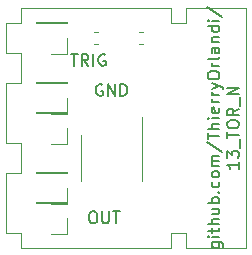
<source format=gbr>
%TF.GenerationSoftware,KiCad,Pcbnew,(5.1.9)-1*%
%TF.CreationDate,2021-04-16T00:55:01+02:00*%
%TF.ProjectId,13_TOR_N,31335f54-4f52-45f4-9e2e-6b696361645f,rev?*%
%TF.SameCoordinates,Original*%
%TF.FileFunction,Legend,Top*%
%TF.FilePolarity,Positive*%
%FSLAX46Y46*%
G04 Gerber Fmt 4.6, Leading zero omitted, Abs format (unit mm)*
G04 Created by KiCad (PCBNEW (5.1.9)-1) date 2021-04-16 00:55:01*
%MOMM*%
%LPD*%
G01*
G04 APERTURE LIST*
%TA.AperFunction,Profile*%
%ADD10C,0.050000*%
%TD*%
%ADD11C,0.150000*%
%ADD12C,0.120000*%
G04 APERTURE END LIST*
D10*
X115570000Y-60960000D02*
X120650000Y-60960000D01*
X115570000Y-62230000D02*
X115570000Y-60960000D01*
X114300000Y-62230000D02*
X115570000Y-62230000D01*
X114300000Y-60960000D02*
X114300000Y-62230000D01*
X115570000Y-81280000D02*
X120650000Y-81280000D01*
X115570000Y-80010000D02*
X115570000Y-81280000D01*
X114300000Y-80010000D02*
X115570000Y-80010000D01*
X114300000Y-81280000D02*
X114300000Y-80010000D01*
X101600000Y-62230000D02*
X101600000Y-60960000D01*
X100330000Y-62230000D02*
X101600000Y-62230000D01*
X100330000Y-64770000D02*
X100330000Y-62230000D01*
X101600000Y-64770000D02*
X100330000Y-64770000D01*
X100330000Y-72390000D02*
X100330000Y-67310000D01*
X101600000Y-72390000D02*
X100330000Y-72390000D01*
X101600000Y-74930000D02*
X101600000Y-72390000D01*
X100330000Y-74930000D02*
X101600000Y-74930000D01*
D11*
X107585000Y-78192380D02*
X107775476Y-78192380D01*
X107870714Y-78240000D01*
X107965952Y-78335238D01*
X108013571Y-78525714D01*
X108013571Y-78859047D01*
X107965952Y-79049523D01*
X107870714Y-79144761D01*
X107775476Y-79192380D01*
X107585000Y-79192380D01*
X107489761Y-79144761D01*
X107394523Y-79049523D01*
X107346904Y-78859047D01*
X107346904Y-78525714D01*
X107394523Y-78335238D01*
X107489761Y-78240000D01*
X107585000Y-78192380D01*
X108442142Y-78192380D02*
X108442142Y-79001904D01*
X108489761Y-79097142D01*
X108537380Y-79144761D01*
X108632619Y-79192380D01*
X108823095Y-79192380D01*
X108918333Y-79144761D01*
X108965952Y-79097142D01*
X109013571Y-79001904D01*
X109013571Y-78192380D01*
X109346904Y-78192380D02*
X109918333Y-78192380D01*
X109632619Y-79192380D02*
X109632619Y-78192380D01*
X105791190Y-64857380D02*
X106362619Y-64857380D01*
X106076904Y-65857380D02*
X106076904Y-64857380D01*
X107267380Y-65857380D02*
X106934047Y-65381190D01*
X106695952Y-65857380D02*
X106695952Y-64857380D01*
X107076904Y-64857380D01*
X107172142Y-64905000D01*
X107219761Y-64952619D01*
X107267380Y-65047857D01*
X107267380Y-65190714D01*
X107219761Y-65285952D01*
X107172142Y-65333571D01*
X107076904Y-65381190D01*
X106695952Y-65381190D01*
X107695952Y-65857380D02*
X107695952Y-64857380D01*
X108695952Y-64905000D02*
X108600714Y-64857380D01*
X108457857Y-64857380D01*
X108315000Y-64905000D01*
X108219761Y-65000238D01*
X108172142Y-65095476D01*
X108124523Y-65285952D01*
X108124523Y-65428809D01*
X108172142Y-65619285D01*
X108219761Y-65714523D01*
X108315000Y-65809761D01*
X108457857Y-65857380D01*
X108553095Y-65857380D01*
X108695952Y-65809761D01*
X108743571Y-65762142D01*
X108743571Y-65428809D01*
X108553095Y-65428809D01*
X108458095Y-67445000D02*
X108362857Y-67397380D01*
X108220000Y-67397380D01*
X108077142Y-67445000D01*
X107981904Y-67540238D01*
X107934285Y-67635476D01*
X107886666Y-67825952D01*
X107886666Y-67968809D01*
X107934285Y-68159285D01*
X107981904Y-68254523D01*
X108077142Y-68349761D01*
X108220000Y-68397380D01*
X108315238Y-68397380D01*
X108458095Y-68349761D01*
X108505714Y-68302142D01*
X108505714Y-67968809D01*
X108315238Y-67968809D01*
X108934285Y-68397380D02*
X108934285Y-67397380D01*
X109505714Y-68397380D01*
X109505714Y-67397380D01*
X109981904Y-68397380D02*
X109981904Y-67397380D01*
X110220000Y-67397380D01*
X110362857Y-67445000D01*
X110458095Y-67540238D01*
X110505714Y-67635476D01*
X110553333Y-67825952D01*
X110553333Y-67968809D01*
X110505714Y-68159285D01*
X110458095Y-68254523D01*
X110362857Y-68349761D01*
X110220000Y-68397380D01*
X109981904Y-68397380D01*
D10*
X120650000Y-60960000D02*
X120650000Y-81280000D01*
X101600000Y-60960000D02*
X114300000Y-60960000D01*
X101600000Y-80010000D02*
X101600000Y-81280000D01*
X100330000Y-80010000D02*
X101600000Y-80010000D01*
X101600000Y-64770000D02*
X101600000Y-67310000D01*
X101600000Y-67310000D02*
X100330000Y-67310000D01*
D11*
X117705714Y-80810476D02*
X118515238Y-80810476D01*
X118610476Y-80858095D01*
X118658095Y-80905714D01*
X118705714Y-81000952D01*
X118705714Y-81143809D01*
X118658095Y-81239047D01*
X118324761Y-80810476D02*
X118372380Y-80905714D01*
X118372380Y-81096190D01*
X118324761Y-81191428D01*
X118277142Y-81239047D01*
X118181904Y-81286666D01*
X117896190Y-81286666D01*
X117800952Y-81239047D01*
X117753333Y-81191428D01*
X117705714Y-81096190D01*
X117705714Y-80905714D01*
X117753333Y-80810476D01*
X118372380Y-80334285D02*
X117705714Y-80334285D01*
X117372380Y-80334285D02*
X117420000Y-80381904D01*
X117467619Y-80334285D01*
X117420000Y-80286666D01*
X117372380Y-80334285D01*
X117467619Y-80334285D01*
X117705714Y-80000952D02*
X117705714Y-79620000D01*
X117372380Y-79858095D02*
X118229523Y-79858095D01*
X118324761Y-79810476D01*
X118372380Y-79715238D01*
X118372380Y-79620000D01*
X118372380Y-79286666D02*
X117372380Y-79286666D01*
X118372380Y-78858095D02*
X117848571Y-78858095D01*
X117753333Y-78905714D01*
X117705714Y-79000952D01*
X117705714Y-79143809D01*
X117753333Y-79239047D01*
X117800952Y-79286666D01*
X117705714Y-77953333D02*
X118372380Y-77953333D01*
X117705714Y-78381904D02*
X118229523Y-78381904D01*
X118324761Y-78334285D01*
X118372380Y-78239047D01*
X118372380Y-78096190D01*
X118324761Y-78000952D01*
X118277142Y-77953333D01*
X118372380Y-77477142D02*
X117372380Y-77477142D01*
X117753333Y-77477142D02*
X117705714Y-77381904D01*
X117705714Y-77191428D01*
X117753333Y-77096190D01*
X117800952Y-77048571D01*
X117896190Y-77000952D01*
X118181904Y-77000952D01*
X118277142Y-77048571D01*
X118324761Y-77096190D01*
X118372380Y-77191428D01*
X118372380Y-77381904D01*
X118324761Y-77477142D01*
X118277142Y-76572380D02*
X118324761Y-76524761D01*
X118372380Y-76572380D01*
X118324761Y-76620000D01*
X118277142Y-76572380D01*
X118372380Y-76572380D01*
X118324761Y-75667619D02*
X118372380Y-75762857D01*
X118372380Y-75953333D01*
X118324761Y-76048571D01*
X118277142Y-76096190D01*
X118181904Y-76143809D01*
X117896190Y-76143809D01*
X117800952Y-76096190D01*
X117753333Y-76048571D01*
X117705714Y-75953333D01*
X117705714Y-75762857D01*
X117753333Y-75667619D01*
X118372380Y-75096190D02*
X118324761Y-75191428D01*
X118277142Y-75239047D01*
X118181904Y-75286666D01*
X117896190Y-75286666D01*
X117800952Y-75239047D01*
X117753333Y-75191428D01*
X117705714Y-75096190D01*
X117705714Y-74953333D01*
X117753333Y-74858095D01*
X117800952Y-74810476D01*
X117896190Y-74762857D01*
X118181904Y-74762857D01*
X118277142Y-74810476D01*
X118324761Y-74858095D01*
X118372380Y-74953333D01*
X118372380Y-75096190D01*
X118372380Y-74334285D02*
X117705714Y-74334285D01*
X117800952Y-74334285D02*
X117753333Y-74286666D01*
X117705714Y-74191428D01*
X117705714Y-74048571D01*
X117753333Y-73953333D01*
X117848571Y-73905714D01*
X118372380Y-73905714D01*
X117848571Y-73905714D02*
X117753333Y-73858095D01*
X117705714Y-73762857D01*
X117705714Y-73620000D01*
X117753333Y-73524761D01*
X117848571Y-73477142D01*
X118372380Y-73477142D01*
X117324761Y-72286666D02*
X118610476Y-73143809D01*
X117372380Y-72096190D02*
X117372380Y-71524761D01*
X118372380Y-71810476D02*
X117372380Y-71810476D01*
X118372380Y-71191428D02*
X117372380Y-71191428D01*
X118372380Y-70762857D02*
X117848571Y-70762857D01*
X117753333Y-70810476D01*
X117705714Y-70905714D01*
X117705714Y-71048571D01*
X117753333Y-71143809D01*
X117800952Y-71191428D01*
X118372380Y-70286666D02*
X117705714Y-70286666D01*
X117372380Y-70286666D02*
X117420000Y-70334285D01*
X117467619Y-70286666D01*
X117420000Y-70239047D01*
X117372380Y-70286666D01*
X117467619Y-70286666D01*
X118324761Y-69429523D02*
X118372380Y-69524761D01*
X118372380Y-69715238D01*
X118324761Y-69810476D01*
X118229523Y-69858095D01*
X117848571Y-69858095D01*
X117753333Y-69810476D01*
X117705714Y-69715238D01*
X117705714Y-69524761D01*
X117753333Y-69429523D01*
X117848571Y-69381904D01*
X117943809Y-69381904D01*
X118039047Y-69858095D01*
X118372380Y-68953333D02*
X117705714Y-68953333D01*
X117896190Y-68953333D02*
X117800952Y-68905714D01*
X117753333Y-68858095D01*
X117705714Y-68762857D01*
X117705714Y-68667619D01*
X118372380Y-68334285D02*
X117705714Y-68334285D01*
X117896190Y-68334285D02*
X117800952Y-68286666D01*
X117753333Y-68239047D01*
X117705714Y-68143809D01*
X117705714Y-68048571D01*
X117705714Y-67810476D02*
X118372380Y-67572380D01*
X117705714Y-67334285D02*
X118372380Y-67572380D01*
X118610476Y-67667619D01*
X118658095Y-67715238D01*
X118705714Y-67810476D01*
X117372380Y-66762857D02*
X117372380Y-66572380D01*
X117420000Y-66477142D01*
X117515238Y-66381904D01*
X117705714Y-66334285D01*
X118039047Y-66334285D01*
X118229523Y-66381904D01*
X118324761Y-66477142D01*
X118372380Y-66572380D01*
X118372380Y-66762857D01*
X118324761Y-66858095D01*
X118229523Y-66953333D01*
X118039047Y-67000952D01*
X117705714Y-67000952D01*
X117515238Y-66953333D01*
X117420000Y-66858095D01*
X117372380Y-66762857D01*
X118372380Y-65905714D02*
X117705714Y-65905714D01*
X117896190Y-65905714D02*
X117800952Y-65858095D01*
X117753333Y-65810476D01*
X117705714Y-65715238D01*
X117705714Y-65620000D01*
X118372380Y-65143809D02*
X118324761Y-65239047D01*
X118229523Y-65286666D01*
X117372380Y-65286666D01*
X118372380Y-64334285D02*
X117848571Y-64334285D01*
X117753333Y-64381904D01*
X117705714Y-64477142D01*
X117705714Y-64667619D01*
X117753333Y-64762857D01*
X118324761Y-64334285D02*
X118372380Y-64429523D01*
X118372380Y-64667619D01*
X118324761Y-64762857D01*
X118229523Y-64810476D01*
X118134285Y-64810476D01*
X118039047Y-64762857D01*
X117991428Y-64667619D01*
X117991428Y-64429523D01*
X117943809Y-64334285D01*
X117705714Y-63858095D02*
X118372380Y-63858095D01*
X117800952Y-63858095D02*
X117753333Y-63810476D01*
X117705714Y-63715238D01*
X117705714Y-63572380D01*
X117753333Y-63477142D01*
X117848571Y-63429523D01*
X118372380Y-63429523D01*
X118372380Y-62524761D02*
X117372380Y-62524761D01*
X118324761Y-62524761D02*
X118372380Y-62620000D01*
X118372380Y-62810476D01*
X118324761Y-62905714D01*
X118277142Y-62953333D01*
X118181904Y-63000952D01*
X117896190Y-63000952D01*
X117800952Y-62953333D01*
X117753333Y-62905714D01*
X117705714Y-62810476D01*
X117705714Y-62620000D01*
X117753333Y-62524761D01*
X118372380Y-62048571D02*
X117705714Y-62048571D01*
X117372380Y-62048571D02*
X117420000Y-62096190D01*
X117467619Y-62048571D01*
X117420000Y-62000952D01*
X117372380Y-62048571D01*
X117467619Y-62048571D01*
X117324761Y-60858095D02*
X118610476Y-61715238D01*
X120022380Y-74000952D02*
X120022380Y-74572380D01*
X120022380Y-74286666D02*
X119022380Y-74286666D01*
X119165238Y-74381904D01*
X119260476Y-74477142D01*
X119308095Y-74572380D01*
X119022380Y-73667619D02*
X119022380Y-73048571D01*
X119403333Y-73381904D01*
X119403333Y-73239047D01*
X119450952Y-73143809D01*
X119498571Y-73096190D01*
X119593809Y-73048571D01*
X119831904Y-73048571D01*
X119927142Y-73096190D01*
X119974761Y-73143809D01*
X120022380Y-73239047D01*
X120022380Y-73524761D01*
X119974761Y-73620000D01*
X119927142Y-73667619D01*
X120117619Y-72858095D02*
X120117619Y-72096190D01*
X119022380Y-72000952D02*
X119022380Y-71429523D01*
X120022380Y-71715238D02*
X119022380Y-71715238D01*
X119022380Y-70905714D02*
X119022380Y-70715238D01*
X119070000Y-70620000D01*
X119165238Y-70524761D01*
X119355714Y-70477142D01*
X119689047Y-70477142D01*
X119879523Y-70524761D01*
X119974761Y-70620000D01*
X120022380Y-70715238D01*
X120022380Y-70905714D01*
X119974761Y-71000952D01*
X119879523Y-71096190D01*
X119689047Y-71143809D01*
X119355714Y-71143809D01*
X119165238Y-71096190D01*
X119070000Y-71000952D01*
X119022380Y-70905714D01*
X120022380Y-69477142D02*
X119546190Y-69810476D01*
X120022380Y-70048571D02*
X119022380Y-70048571D01*
X119022380Y-69667619D01*
X119070000Y-69572380D01*
X119117619Y-69524761D01*
X119212857Y-69477142D01*
X119355714Y-69477142D01*
X119450952Y-69524761D01*
X119498571Y-69572380D01*
X119546190Y-69667619D01*
X119546190Y-70048571D01*
X120117619Y-69286666D02*
X120117619Y-68524761D01*
X120022380Y-68286666D02*
X119022380Y-68286666D01*
X120022380Y-67715238D01*
X119022380Y-67715238D01*
D10*
X114300000Y-81280000D02*
X101600000Y-81280000D01*
X100330000Y-80010000D02*
X100330000Y-74930000D01*
D12*
%TO.C,J1*%
X105470000Y-72450000D02*
X104140000Y-72450000D01*
X105470000Y-71120000D02*
X105470000Y-72450000D01*
X105470000Y-69850000D02*
X102810000Y-69850000D01*
X102810000Y-69850000D02*
X102810000Y-69790000D01*
X105470000Y-69850000D02*
X105470000Y-69790000D01*
X105470000Y-69790000D02*
X102810000Y-69790000D01*
%TO.C,J2*%
X105470000Y-62170000D02*
X102810000Y-62170000D01*
X105470000Y-62230000D02*
X105470000Y-62170000D01*
X102810000Y-62230000D02*
X102810000Y-62170000D01*
X105470000Y-62230000D02*
X102810000Y-62230000D01*
X105470000Y-63500000D02*
X105470000Y-64830000D01*
X105470000Y-64830000D02*
X104140000Y-64830000D01*
%TO.C,J3*%
X105470000Y-74870000D02*
X102810000Y-74870000D01*
X105470000Y-74930000D02*
X105470000Y-74870000D01*
X102810000Y-74930000D02*
X102810000Y-74870000D01*
X105470000Y-74930000D02*
X102810000Y-74930000D01*
X105470000Y-76200000D02*
X105470000Y-77530000D01*
X105470000Y-77530000D02*
X104140000Y-77530000D01*
%TO.C,R1*%
X111588733Y-62990000D02*
X111931267Y-62990000D01*
X111588733Y-64010000D02*
X111931267Y-64010000D01*
%TO.C,R2*%
X107778733Y-64010000D02*
X108121267Y-64010000D01*
X107778733Y-62990000D02*
X108121267Y-62990000D01*
%TO.C,J4*%
X105470000Y-69910000D02*
X104140000Y-69910000D01*
X105470000Y-68580000D02*
X105470000Y-69910000D01*
X105470000Y-67310000D02*
X102810000Y-67310000D01*
X102810000Y-67310000D02*
X102810000Y-67250000D01*
X105470000Y-67310000D02*
X105470000Y-67250000D01*
X105470000Y-67250000D02*
X102810000Y-67250000D01*
%TO.C,J5*%
X105470000Y-77410000D02*
X102810000Y-77410000D01*
X105470000Y-77470000D02*
X105470000Y-77410000D01*
X102810000Y-77470000D02*
X102810000Y-77410000D01*
X105470000Y-77470000D02*
X102810000Y-77470000D01*
X105470000Y-78740000D02*
X105470000Y-80070000D01*
X105470000Y-80070000D02*
X104140000Y-80070000D01*
%TO.C,Q1*%
X111780000Y-73660000D02*
X111780000Y-70210000D01*
X111780000Y-73660000D02*
X111780000Y-75610000D01*
X106660000Y-73660000D02*
X106660000Y-71710000D01*
X106660000Y-73660000D02*
X106660000Y-75610000D01*
%TD*%
M02*

</source>
